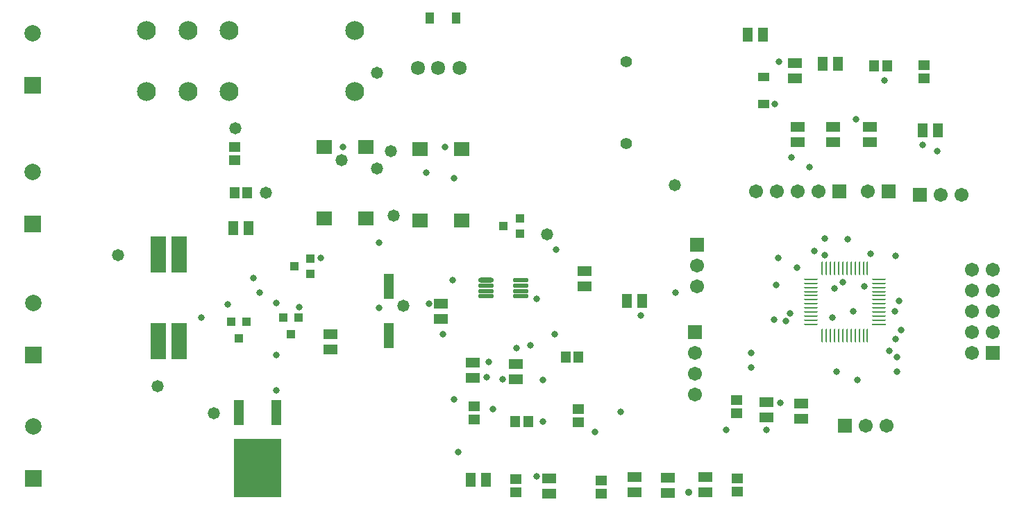
<source format=gts>
G04*
G04 #@! TF.GenerationSoftware,Altium Limited,Altium Designer,23.4.1 (23)*
G04*
G04 Layer_Color=8388736*
%FSLAX44Y44*%
%MOMM*%
G71*
G04*
G04 #@! TF.SameCoordinates,80FF149A-008E-4E34-88B8-DC70BB772429*
G04*
G04*
G04 #@! TF.FilePolarity,Negative*
G04*
G01*
G75*
%ADD18O,1.9032X0.6532*%
%ADD19O,1.9032X0.5532*%
%ADD20R,1.6532X1.2532*%
%ADD21R,1.4232X1.1132*%
%ADD22R,1.3046X1.4562*%
%ADD23R,1.4562X1.3046*%
%ADD24R,1.2532X1.6532*%
%ADD25R,1.2032X3.0532*%
%ADD26R,5.8532X7.1032*%
%ADD27R,1.0032X1.1032*%
G04:AMPARAMS|DCode=28|XSize=0.2525mm|YSize=1.6552mm|CornerRadius=0.1262mm|HoleSize=0mm|Usage=FLASHONLY|Rotation=180.000|XOffset=0mm|YOffset=0mm|HoleType=Round|Shape=RoundedRectangle|*
%AMROUNDEDRECTD28*
21,1,0.2525,1.4028,0,0,180.0*
21,1,0.0000,1.6552,0,0,180.0*
1,1,0.2525,0.0000,0.7014*
1,1,0.2525,0.0000,0.7014*
1,1,0.2525,0.0000,-0.7014*
1,1,0.2525,0.0000,-0.7014*
%
%ADD28ROUNDEDRECTD28*%
G04:AMPARAMS|DCode=29|XSize=1.6552mm|YSize=0.2525mm|CornerRadius=0.1262mm|HoleSize=0mm|Usage=FLASHONLY|Rotation=180.000|XOffset=0mm|YOffset=0mm|HoleType=Round|Shape=RoundedRectangle|*
%AMROUNDEDRECTD29*
21,1,1.6552,0.0000,0,0,180.0*
21,1,1.4028,0.2525,0,0,180.0*
1,1,0.2525,-0.7014,0.0000*
1,1,0.2525,0.7014,0.0000*
1,1,0.2525,0.7014,0.0000*
1,1,0.2525,-0.7014,0.0000*
%
%ADD29ROUNDEDRECTD29*%
%ADD30R,1.6552X0.2525*%
%ADD31R,1.9832X4.4732*%
%ADD32R,1.3032X3.1032*%
%ADD33R,1.1032X1.0032*%
%ADD34R,1.1132X1.4232*%
%ADD35R,1.9032X1.7032*%
%ADD36C,1.7222*%
%ADD37R,2.0032X2.0032*%
%ADD38C,2.0032*%
%ADD39C,1.4032*%
%ADD40C,1.7032*%
%ADD41R,1.7032X1.7032*%
%ADD42R,1.7032X1.7032*%
%ADD43C,2.3032*%
%ADD44C,0.8382*%
%ADD45C,1.4732*%
%ADD46C,0.9144*%
D18*
X629240Y289150D02*
D03*
D19*
Y282650D02*
D03*
Y276150D02*
D03*
Y269650D02*
D03*
X671240Y289150D02*
D03*
Y282650D02*
D03*
Y276150D02*
D03*
Y269650D02*
D03*
D20*
X1009650Y476610D02*
D03*
Y458110D02*
D03*
X1052830Y457750D02*
D03*
Y476250D02*
D03*
X1097280Y476610D02*
D03*
Y458110D02*
D03*
X574040Y242210D02*
D03*
Y260710D02*
D03*
X665480Y168550D02*
D03*
Y187050D02*
D03*
X439420Y223520D02*
D03*
Y205020D02*
D03*
X1005840Y535940D02*
D03*
Y554440D02*
D03*
X896620Y30120D02*
D03*
Y48620D02*
D03*
X810260D02*
D03*
Y30120D02*
D03*
X749300Y281940D02*
D03*
Y300440D02*
D03*
X850900Y48260D02*
D03*
Y29760D02*
D03*
X706120Y47350D02*
D03*
Y28850D02*
D03*
X971550Y121560D02*
D03*
Y140060D02*
D03*
X613410Y188320D02*
D03*
Y169820D02*
D03*
X1013460Y120290D02*
D03*
Y138790D02*
D03*
D21*
X967740Y537050D02*
D03*
Y504350D02*
D03*
D22*
X742068Y195580D02*
D03*
X726052D02*
D03*
X338208Y396240D02*
D03*
X322192D02*
D03*
X680720Y116840D02*
D03*
X664704D02*
D03*
X1102360Y551180D02*
D03*
X1118375D02*
D03*
D23*
X614680Y118992D02*
D03*
Y135008D02*
D03*
X322580Y452120D02*
D03*
Y436104D02*
D03*
X935990Y30975D02*
D03*
Y46990D02*
D03*
X934720Y126612D02*
D03*
Y142628D02*
D03*
X769620Y28822D02*
D03*
Y44838D02*
D03*
X665480Y30092D02*
D03*
Y46108D02*
D03*
X1163320Y535552D02*
D03*
Y551568D02*
D03*
X741680Y116065D02*
D03*
Y132080D02*
D03*
D24*
X339450Y353060D02*
D03*
X320950D02*
D03*
X819510Y264160D02*
D03*
X801010D02*
D03*
X966830Y589280D02*
D03*
X948330D02*
D03*
X610510Y45720D02*
D03*
X629010D02*
D03*
X1039770Y553720D02*
D03*
X1058270D02*
D03*
X1161690Y472440D02*
D03*
X1180190D02*
D03*
D25*
X373320Y127820D02*
D03*
X327720D02*
D03*
D26*
X350520Y59820D02*
D03*
D27*
X400660Y243680D02*
D03*
X381660D02*
D03*
X391160Y223680D02*
D03*
X337160Y238600D02*
D03*
X318160D02*
D03*
X327660Y218600D02*
D03*
D28*
X1094300Y221635D02*
D03*
X1089300D02*
D03*
X1084300D02*
D03*
X1079300D02*
D03*
X1074300D02*
D03*
X1069300D02*
D03*
X1064300D02*
D03*
X1059300D02*
D03*
X1054300D02*
D03*
X1049300D02*
D03*
X1044300D02*
D03*
X1039300D02*
D03*
Y304145D02*
D03*
X1044300D02*
D03*
X1049300D02*
D03*
X1054300D02*
D03*
X1059300D02*
D03*
X1064300D02*
D03*
X1069300D02*
D03*
X1074300D02*
D03*
X1079300D02*
D03*
X1084300D02*
D03*
X1089300D02*
D03*
X1094300D02*
D03*
D29*
X1025545Y235390D02*
D03*
Y240390D02*
D03*
Y245390D02*
D03*
Y250390D02*
D03*
Y255390D02*
D03*
Y260390D02*
D03*
Y265390D02*
D03*
Y270390D02*
D03*
Y275390D02*
D03*
Y280390D02*
D03*
Y285390D02*
D03*
Y290390D02*
D03*
X1108055D02*
D03*
Y285390D02*
D03*
Y280390D02*
D03*
Y275390D02*
D03*
Y270390D02*
D03*
Y265390D02*
D03*
Y260390D02*
D03*
Y255390D02*
D03*
Y250390D02*
D03*
Y245390D02*
D03*
Y240390D02*
D03*
D30*
Y235390D02*
D03*
D31*
X229870Y321020D02*
D03*
X255270D02*
D03*
X229870Y214920D02*
D03*
X255270D02*
D03*
D32*
X510540Y221460D02*
D03*
Y281460D02*
D03*
D33*
X395130Y306070D02*
D03*
X415130Y315570D02*
D03*
Y296570D02*
D03*
X650400Y355600D02*
D03*
X670400Y365100D02*
D03*
Y346100D02*
D03*
D34*
X560230Y609600D02*
D03*
X592930D02*
D03*
D35*
X482600Y452120D02*
D03*
X431800D02*
D03*
Y364490D02*
D03*
X482600D02*
D03*
X599440Y449580D02*
D03*
X548640D02*
D03*
Y361950D02*
D03*
X599440D02*
D03*
D36*
X545900Y548640D02*
D03*
X570900D02*
D03*
X596900D02*
D03*
D37*
X77470Y46990D02*
D03*
X76200Y527050D02*
D03*
Y358140D02*
D03*
X77470Y198120D02*
D03*
D38*
Y110490D02*
D03*
X76200Y590550D02*
D03*
Y421640D02*
D03*
X77470Y261620D02*
D03*
D39*
X800100Y556260D02*
D03*
Y456260D02*
D03*
D40*
X886460Y281940D02*
D03*
Y307340D02*
D03*
X1094740Y397510D02*
D03*
X883920Y200660D02*
D03*
Y175260D02*
D03*
Y149860D02*
D03*
X1209040Y393700D02*
D03*
X1183640D02*
D03*
X1035050Y397510D02*
D03*
X1009650D02*
D03*
X984250D02*
D03*
X958850D02*
D03*
X1117600Y111760D02*
D03*
X1092200D02*
D03*
X1221740Y200660D02*
D03*
X1247140Y226060D02*
D03*
X1221740D02*
D03*
X1247140Y251460D02*
D03*
X1221740D02*
D03*
X1247140Y276860D02*
D03*
X1221740D02*
D03*
X1247140Y302260D02*
D03*
X1221740D02*
D03*
D41*
X886460Y332740D02*
D03*
X883920Y226060D02*
D03*
X1247140Y200660D02*
D03*
D42*
X1120140Y397510D02*
D03*
X1158240Y393700D02*
D03*
X1060450Y397510D02*
D03*
X1066800Y111760D02*
D03*
D43*
X215430Y594360D02*
D03*
Y519360D02*
D03*
X468830Y594360D02*
D03*
X316230D02*
D03*
X265830D02*
D03*
Y519360D02*
D03*
X316230D02*
D03*
X468830D02*
D03*
D44*
X1128522Y217424D02*
D03*
X594868Y79248D02*
D03*
X314452Y260096D02*
D03*
X400965Y255931D02*
D03*
X1120902Y202692D02*
D03*
X690626Y49530D02*
D03*
X588518Y289306D02*
D03*
X559308Y260350D02*
D03*
X986536Y556260D02*
D03*
X666242Y205994D02*
D03*
X683006Y210058D02*
D03*
X712724Y223012D02*
D03*
X649224Y167894D02*
D03*
X630174Y170434D02*
D03*
X994664Y239014D02*
D03*
X1000252Y248412D02*
D03*
X632460Y189230D02*
D03*
X576580Y223520D02*
D03*
X1029970Y325120D02*
D03*
X454660Y452120D02*
D03*
X556260Y420370D02*
D03*
X1098550Y321310D02*
D03*
X1090930Y281940D02*
D03*
X1162050Y454660D02*
D03*
X1179830Y447040D02*
D03*
X1115060Y533400D02*
D03*
X499110Y335280D02*
D03*
X715010Y326390D02*
D03*
X817880Y246380D02*
D03*
X590550Y414020D02*
D03*
X427990Y316230D02*
D03*
X590550Y143510D02*
D03*
X971550Y106680D02*
D03*
X981710Y504190D02*
D03*
X1042670Y320040D02*
D03*
X1064260Y287020D02*
D03*
X1054100Y279400D02*
D03*
X1042670Y340360D02*
D03*
X982980Y283210D02*
D03*
X985520Y316230D02*
D03*
X1008380Y304800D02*
D03*
X637540Y132080D02*
D03*
X698500Y167640D02*
D03*
Y116840D02*
D03*
X762000Y104140D02*
D03*
X952500Y182880D02*
D03*
X922020Y106680D02*
D03*
X373380Y154940D02*
D03*
Y198120D02*
D03*
X281940Y243840D02*
D03*
X353060Y274320D02*
D03*
X373380Y261620D02*
D03*
X345440Y292100D02*
D03*
X579120Y452120D02*
D03*
X952500Y200660D02*
D03*
X1130300Y177800D02*
D03*
X1056640D02*
D03*
X1130300Y195580D02*
D03*
X690880Y266700D02*
D03*
X498602Y255270D02*
D03*
X792988Y128270D02*
D03*
X1070356Y339598D02*
D03*
X1080262Y485902D02*
D03*
X1135380Y228600D02*
D03*
X1127760Y251460D02*
D03*
X1128776Y318717D02*
D03*
X1132840Y264160D02*
D03*
X860044Y274320D02*
D03*
X980440Y241300D02*
D03*
X1051560Y243840D02*
D03*
X1082040Y167640D02*
D03*
X988060Y139700D02*
D03*
X1076960Y251460D02*
D03*
X1023366Y427736D02*
D03*
X1001776Y439420D02*
D03*
D45*
X496570Y542290D02*
D03*
Y425450D02*
D03*
X453390Y435610D02*
D03*
X516890Y368300D02*
D03*
X859790Y405130D02*
D03*
X703580Y345440D02*
D03*
X528320Y257810D02*
D03*
X360680Y396240D02*
D03*
X323850Y474980D02*
D03*
X513080Y447040D02*
D03*
X297180Y127000D02*
D03*
X228600Y160020D02*
D03*
X180340Y320040D02*
D03*
D46*
X876300Y30480D02*
D03*
M02*

</source>
